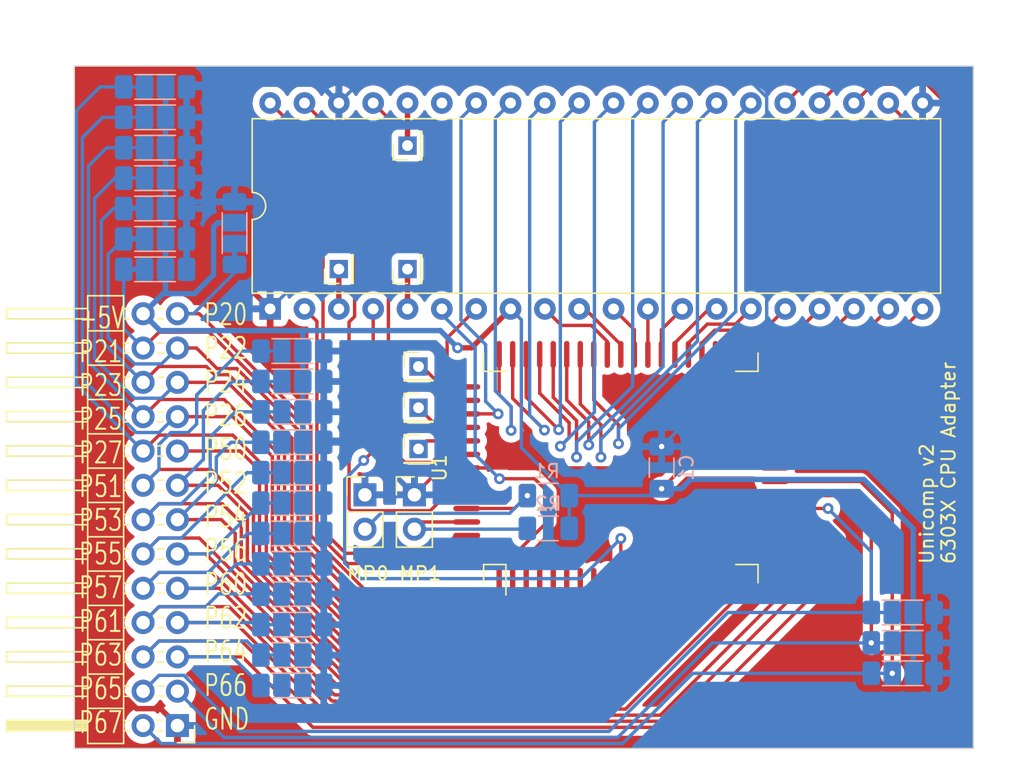
<source format=kicad_pcb>
(kicad_pcb (version 20240108) (generator "pcbnew") (generator_version "8.0")
  (layers (0 "F.Cu" signal) (31 "B.Cu" signal) (34 "B.Paste" user) (35 "F.Paste" user) (36 "B.SilkS" user "B.Silkscreen") (37 "F.SilkS" user "F.Silkscreen") (38 "B.Mask" user) (39 "F.Mask" user) (44 "Edge.Cuts" user))
  (net 0 "")
  (net 1 "+5V")
  (net 2 "GND")
  (net 3 "/P20")
  (net 4 "/P21")
  (net 5 "/P22")
  (net 6 "/~{NMI}")
  (net 7 "/~{IRQ1}")
  (net 8 "/~{RST}")
  (net 9 "/P23")
  (net 10 "/P24")
  (net 11 "/A15")
  (net 12 "/A14")
  (net 13 "/A13")
  (net 14 "/A12")
  (net 15 "/A11")
  (net 16 "/A10")
  (net 17 "/A9")
  (net 18 "/A8")
  (net 19 "/D7")
  (net 20 "/D6")
  (net 21 "/D5")
  (net 22 "/D4")
  (net 23 "/D3")
  (net 24 "/D2")
  (net 25 "/D1")
  (net 26 "/D0")
  (net 27 "/R{slash}~{W}")
  (net 28 "Net-(J6-Pin_1)")
  (net 29 "/A0")
  (net 30 "/A1")
  (net 31 "/A2")
  (net 32 "/A3")
  (net 33 "/A4")
  (net 34 "/A5")
  (net 35 "/A6")
  (net 36 "/A7")
  (net 37 "/PHI2")
  (net 38 "/CPUCLK")
  (net 39 "+5C")
  (net 40 "/MP0")
  (net 41 "/MP1")
  (net 43 "Net-(J3-Pin_1)")
  (net 44 "Net-(J4-Pin_1)")
  (net 45 "/~{HALT}")
  (net 46 "/BA")
  (net 47 "/P25")
  (net 48 "/P26")
  (net 49 "/P27")
  (net 50 "/P51")
  (net 51 "/P52")
  (net 52 "/P53")
  (net 53 "/P54")
  (net 54 "/P55")
  (net 55 "/P56")
  (net 56 "/P57")
  (net 57 "/P60")
  (net 58 "/P61")
  (net 59 "/P62")
  (net 60 "/P63")
  (net 61 "/P64")
  (net 62 "/P65")
  (net 63 "/P66")
  (net 64 "/P67")
  (net 65 "/~{LIR}")
  (net 66 "/~{WR}")
  (net 67 "/~{RD}")
  (footprint "Connector_PinHeader_2.54mm:PinHeader_1x02_P2.54mm_Vertical" (layer "F.Cu") (at 180.7464 66.4922)
    (property "Reference" "JP1" (hide yes))
    (property "Value" "Mode" (hide yes))
  )
  (footprint "Connector_PinHeader_2.00mm:PinHeader_1x01_P2.00mm_Vertical" (layer "F.Cu") (at 183.896 40.64 90)
    (property "Reference" "J4" (hide yes))
    (property "Value" ".")
  )
  (footprint "Package_DIP:DIP-40_W15.24mm" (layer "F.Cu") (at 173.736 52.7304 90)
    (property "Reference" "U3" (hide yes))
    (property "Value" "MC6802")
  )
  (footprint "Connector_PinHeader_2.54mm:PinHeader_2x13_P2.54mm_Horizontal" (layer "F.Cu") (at 166.878 83.566 180)
    (property "Reference" "J1" (hide yes))
    (property "Value" "Conn_02x13_Odd_Even" (hide yes))
  )
  (footprint "Connector_PinHeader_2.54mm:PinHeader_1x02_P2.54mm_Vertical" (layer "F.Cu") (at 184.404 66.4922)
    (property "Reference" "JP2" (hide yes))
    (property "Value" "Mode" (hide yes))
  )
  (footprint "Connector_PinHeader_2.00mm:PinHeader_1x01_P2.00mm_Vertical" (layer "F.Cu") (at 184.7088 56.9976)
    (property "Reference" "J7" (hide yes))
    (property "Value" ".")
  )
  (footprint "Connector_PinHeader_2.00mm:PinHeader_1x01_P2.00mm_Vertical" (layer "F.Cu") (at 183.896 49.784 90)
    (property "Reference" "J6" (hide yes))
    (property "Value" ".")
  )
  (footprint "my_own_conn:QFP-64_14x20_Pitch1mm" (layer "F.Cu") (at 199.674 65)
    (property "Reference" "U1")
    (property "Value" "HD6303YF")
  )
  (footprint "Connector_PinHeader_2.00mm:PinHeader_1x01_P2.00mm_Vertical" (layer "F.Cu") (at 184.7088 60.0456)
    (property "Reference" "J9" (hide yes))
    (property "Value" ".")
  )
  (footprint "Connector_PinHeader_2.00mm:PinHeader_1x01_P2.00mm_Vertical" (layer "F.Cu") (at 184.7088 63.0936)
    (property "Reference" "J8" (hide yes))
    (property "Value" ".")
  )
  (footprint "Connector_PinHeader_2.00mm:PinHeader_1x01_P2.00mm_Vertical" (layer "F.Cu") (at 178.816 49.784 90)
    (property "Reference" "J3" (hide yes))
    (property "Value" ".")
  )
  (footprint "Resistor_SMD:R_1206_3216Metric_Pad1.30x1.75mm_HandSolder" (layer "B.Cu") (at 176.15 69.35)
    (property "Reference" "R32" (hide yes))
    (property "Value" "47k" (hide yes))
  )
  (footprint "Resistor_SMD:R_1206_3216Metric_Pad1.30x1.75mm_HandSolder" (layer "B.Cu") (at 174.6 64.85 180)
    (property "Reference" "R25" (hide yes))
    (property "Value" "47k" (hide yes))
  )
  (footprint "Resistor_SMD:R_1206_3216Metric_Pad1.30x1.75mm_HandSolder" (layer "B.Cu") (at 164.45 47.55 180)
    (property "Reference" "R7" (hide yes))
    (property "Value" "47k" (hide yes))
  )
  (footprint "Resistor_SMD:R_1206_3216Metric_Pad1.30x1.75mm_HandSolder" (layer "B.Cu") (at 176.15 55.85)
    (property "Reference" "R20" (hide yes))
    (property "Value" "47k" (hide yes))
  )
  (footprint "Resistor_SMD:R_1206_3216Metric_Pad1.30x1.75mm_HandSolder" (layer "B.Cu") (at 219.75 79.7 180)
    (property "Reference" "R47" (hide yes))
    (property "Value" "47k" (hide yes))
  )
  (footprint "Resistor_SMD:R_1206_3216Metric_Pad1.30x1.75mm_HandSolder" (layer "B.Cu") (at 221.3 75.2)
    (property "Reference" "R45" (hide yes))
    (property "Value" "47k" (hide yes))
  )
  (footprint "Resistor_SMD:R_1206_3216Metric_Pad1.30x1.75mm_HandSolder" (layer "B.Cu") (at 164.45 40.8 180)
    (property "Reference" "R13" (hide yes))
    (property "Value" "47k" (hide yes))
  )
  (footprint "Capacitor_SMD:C_1206_3216Metric_Pad1.33x1.80mm_HandSolder" (layer "B.Cu") (at 202.692 64.4775 90)
    (property "Reference" "C1")
    (property "Value" "100n")
  )
  (footprint "Resistor_SMD:R_1206_3216Metric_Pad1.30x1.75mm_HandSolder" (layer "B.Cu") (at 164.45 38.55 180)
    (property "Reference" "R14" (hide yes))
    (property "Value" "47k" (hide yes))
  )
  (footprint "Resistor_SMD:R_1206_3216Metric_Pad1.30x1.75mm_HandSolder" (layer "B.Cu") (at 174.6 60.35 180)
    (property "Reference" "R23" (hide yes))
    (property "Value" "47k" (hide yes))
  )
  (footprint "Resistor_SMD:R_1206_3216Metric_Pad1.30x1.75mm_HandSolder" (layer "B.Cu") (at 174.6 71.6 180)
    (property "Reference" "R33" (hide yes))
    (property "Value" "47k" (hide yes))
  )
  (footprint "Resistor_SMD:R_1206_3216Metric_Pad1.30x1.75mm_HandSolder" (layer "B.Cu") (at 174.6 69.35 180)
    (property "Reference" "R27" (hide yes))
    (property "Value" "47k" (hide yes))
  )
  (footprint "Resistor_SMD:R_1206_3216Metric_Pad1.30x1.75mm_HandSolder" (layer "B.Cu") (at 221.3 79.7)
    (property "Reference" "R48" (hide yes))
    (property "Value" "47k" (hide yes))
  )
  (footprint "Resistor_SMD:R_1206_3216Metric_Pad1.30x1.75mm_HandSolder" (layer "B.Cu") (at 166 43.05)
    (property "Reference" "R12" (hide yes))
    (property "Value" "47k" (hide yes))
  )
  (footprint "Resistor_SMD:R_1206_3216Metric_Pad1.30x1.75mm_HandSolder" (layer "B.Cu") (at 174.6 62.6 180)
    (property "Reference" "R24" (hide yes))
    (property "Value" "47k" (hide yes))
  )
  (footprint "Resistor_SMD:R_1206_3216Metric_Pad1.30x1.75mm_HandSolder" (layer "B.Cu") (at 171.1 46.35 90)
    (property "Reference" "R4" (hide yes))
    (property "Value" "47k" (hide yes))
  )
  (footprint "Resistor_SMD:R_1206_3216Metric_Pad1.30x1.75mm_HandSolder" (layer "B.Cu") (at 176.15 58.1)
    (property "Reference" "R22" (hide yes))
    (property "Value" "47k" (hide yes))
  )
  (footprint "Resistor_SMD:R_1206_3216Metric_Pad1.30x1.75mm_HandSolder" (layer "B.Cu") (at 176.15 67.1)
    (property "Reference" "R31" (hide yes))
    (property "Value" "47k" (hide yes))
  )
  (footprint "Resistor_SMD:R_1206_3216Metric_Pad1.30x1.75mm_HandSolder" (layer "B.Cu") (at 174.6 58.1 180)
    (property "Reference" "R21" (hide yes))
    (property "Value" "47k" (hide yes))
  )
  (footprint "Resistor_SMD:R_1206_3216Metric_Pad1.30x1.75mm_HandSolder" (layer "B.Cu") (at 176.15 73.82)
    (property "Reference" "R39" (hide yes))
    (property "Value" "47k" (hide yes))
  )
  (footprint "Resistor_SMD:R_1206_3216Metric_Pad1.30x1.75mm_HandSolder" (layer "B.Cu") (at 174.6 55.85 180)
    (property "Reference" "R16" (hide yes))
    (property "Value" "47k" (hide yes))
  )
  (footprint "Resistor_SMD:R_1206_3216Metric_Pad1.30x1.75mm_HandSolder" (layer "B.Cu") (at 176.15 62.6)
    (property "Reference" "R29" (hide yes))
    (property "Value" "47k" (hide yes))
  )
  (footprint "Resistor_SMD:R_1206_3216Metric_Pad1.30x1.75mm_HandSolder" (layer "B.Cu") (at 164.45 36.3 180)
    (property "Reference" "R15" (hide yes))
    (property "Value" "47k" (hide yes))
  )
  (footprint "Resistor_SMD:R_1206_3216Metric_Pad1.30x1.75mm_HandSolder" (layer "B.Cu") (at 174.6 80.6 180)
    (property "Reference" "R37" (hide yes))
    (property "Value" "47k" (hide yes))
  )
  (footprint "Resistor_SMD:R_1206_3216Metric_Pad1.30x1.75mm_HandSolder" (layer "B.Cu") (at 164.45 49.8 180)
    (property "Reference" "R5" (hide yes))
    (property "Value" "47k" (hide yes))
  )
  (footprint "Resistor_SMD:R_1206_3216Metric_Pad1.30x1.75mm_HandSolder" (layer "B.Cu") (at 171.1 47.9 -90)
    (property "Reference" "R3" (hide yes))
    (property "Value" "47k" (hide yes))
  )
  (footprint "Resistor_SMD:R_1206_3216Metric_Pad1.30x1.75mm_HandSolder" (layer "B.Cu") (at 164.45 45.3 180)
    (property "Reference" "R9" (hide yes))
    (property "Value" "47k" (hide yes))
  )
  (footprint "Resistor_SMD:R_1206_3216Metric_Pad1.30x1.75mm_HandSolder" (layer "B.Cu") (at 176.15 64.85)
    (property "Reference" "R30" (hide yes))
    (property "Value" "47k" (hide yes))
  )
  (footprint "Resistor_SMD:R_1206_3216Metric_Pad1.30x1.75mm_HandSolder" (layer "B.Cu") (at 166 47.55)
    (property "Reference" "R8" (hide yes))
    (property "Value" "47k" (hide yes))
  )
  (footprint "Resistor_SMD:R_1206_3216Metric_Pad1.30x1.75mm_HandSolder" (layer "B.Cu") (at 194.31 66.548 180)
    (property "Reference" "R1")
    (property "Value" "22k")
  )
  (footprint "Resistor_SMD:R_1206_3216Metric_Pad1.30x1.75mm_HandSolder" (layer "B.Cu") (at 164.45 43.05 180)
    (property "Reference" "R11" (hide yes))
    (property "Value" "47k" (hide yes))
  )
  (footprint "Resistor_SMD:R_1206_3216Metric_Pad1.30x1.75mm_HandSolder" (layer "B.Cu") (at 166 40.8)
    (property "Reference" "R17" (hide yes))
    (property "Value" "47k" (hide yes))
  )
  (footprint "Resistor_SMD:R_1206_3216Metric_Pad1.30x1.75mm_HandSolder" (layer "B.Cu") (at 176.15 78.35)
    (property "Reference" "R41" (hide yes))
    (property "Value" "47k" (hide yes))
  )
  (footprint "Resistor_SMD:R_1206_3216Metric_Pad1.30x1.75mm_HandSolder" (layer "B.Cu") (at 176.15 80.6)
    (property "Reference" "R42" (hide yes))
    (property "Value" "47k" (hide yes))
  )
  (footprint "Resistor_SMD:R_1206_3216Metric_Pad1.30x1.75mm_HandSolder" (layer "B.Cu") (at 221.3 77.45)
    (property "Reference" "R46" (hide yes))
    (property "Value" "47k" (hide yes))
  )
  (footprint "Resistor_SMD:R_1206_3216Metric_Pad1.30x1.75mm_HandSolder" (layer "B.Cu") (at 219.75 75.2 180)
    (property "Reference" "R43" (hide yes))
    (property "Value" "47k" (hide yes))
  )
  (footprint "Resistor_SMD:R_1206_3216Metric_Pad1.30x1.75mm_HandSolder" (layer "B.Cu") (at 174.6 67.1 180)
    (property "Reference" "R26" (hide yes))
    (property "Value" "47k" (hide yes))
  )
  (footprint "Resistor_SMD:R_1206_3216Metric_Pad1.30x1.75mm_HandSolder" (layer "B.Cu") (at 166 45.29)
    (property "Reference" "R10" (hide yes))
    (property "Value" "47k" (hide yes))
  )
  (footprint "Resistor_SMD:R_1206_3216Metric_Pad1.30x1.75mm_HandSolder" (layer "B.Cu") (at 174.6 76.1 180)
    (property "Reference" "R35" (hide yes))
    (property "Value" "47k" (hide yes))
  )
  (footprint "Resistor_SMD:R_1206_3216Metric_Pad1.30x1.75mm_HandSolder" (layer "B.Cu") (at 194.31 68.974 180)
    (property "Reference" "R2")
    (property "Value" "22k")
  )
  (footprint "Resistor_SMD:R_1206_3216Metric_Pad1.30x1.75mm_HandSolder" (layer "B.Cu") (at 176.15 60.35)
    (property "Reference" "R28" (hide yes))
    (property "Value" "47k" (hide yes))
  )
  (footprint "Resistor_SMD:R_1206_3216Metric_Pad1.30x1.75mm_HandSolder" (layer "B.Cu") (at 174.6 78.35 180)
    (property "Reference" "R36" (hide yes))
    (property "Value" "47k" (hide yes))
  )
  (footprint "Resistor_SMD:R_1206_3216Metric_Pad1.30x1.75mm_HandSolder" (layer "B.Cu") (at 166 36.3)
    (property "Reference" "R19" (hide yes))
    (property "Value" "47k" (hide yes))
  )
  (footprint "Resistor_SMD:R_1206_3216Metric_Pad1.30x1.75mm_HandSolder" (layer "B.Cu") (at 174.6 73.85 180)
    (property "Reference" "R34" (hide yes))
    (property "Value" "47k" (hide yes))
  )
  (footprint "Resistor_SMD:R_1206_3216Metric_Pad1.30x1.75mm_HandSolder" (layer "B.Cu") (at 176.15 76.1)
    (property "Reference" "R40" (hide yes))
    (property "Value" "47k" (hide yes))
  )
  (footprint "Resistor_SMD:R_1206_3216Metric_Pad1.30x1.75mm_HandSolder" (layer "B.Cu") (at 166 38.55)
    (property "Reference" "R18" (hide yes))
    (property "Value" "47k" (hide yes))
  )
  (footprint "Resistor_SMD:R_1206_3216Metric_Pad1.30x1.75mm_HandSolder" (layer "B.Cu") (at 166 49.8)
    (property "Reference" "R6" (hide yes))
    (property "Value" "47k" (hide yes))
  )
  (footprint "Resistor_SMD:R_1206_3216Metric_Pad1.30x1.75mm_HandSolder" (layer "B.Cu") (at 219.75 77.45 180)
    (property "Reference" "R44" (hide yes))
    (property "Value" "47k" (hide yes))
  )
  (footprint "Resistor_SMD:R_1206_3216Metric_Pad1.30x1.75mm_HandSolder" (layer "B.Cu") (at 176.15 71.6)
    (property "Reference" "R38" (hide yes))
    (property "Value" "47k" (hide yes))
  )
  (gr_rect (start 159.25 34.75) (end 225.75 85.262) (stroke (width 0.1)) (fill none) (layer "Edge.Cuts"))
  (gr_text "MP0 MP1\n" (at 179.324 72.898 0) (layer "F.SilkS") (effects (font (size 1 1)) (justify left bottom)))
  (gr_text "+5V\nP21\nP23\nP25\nP27\nP51\nP53\nP55\nP57\nP61\nP63\nP65\nP67" (at 159.5 84.25 0) (layer "F.SilkS") (effects (font (size 1.55 1.1)) (justify left bottom)))
  (gr_text "Unicomp v2\n6303X CPU Adapter" (at 224.5 71.7 90) (layer "F.SilkS") (effects (font (size 1 1)) (justify left bottom)))
  (gr_text "P20\nP22\nP24\nP26\nP50\nP52\nP54\nP56\nP60\nP62\nP64\nP66\nGND\n" (at 168.75 84 0) (layer "F.SilkS") (effects (font (size 1.55 1.1)) (justify left bottom)))
  (segment (start 204.232 64.5) (end 202.692 66.04) (width 0.25) (layer "F.Cu") (net 1))
  (segment (start 191.516 52.7304) (end 188.636922 55.609478) (width 0.4) (layer "F.Cu") (net 1))
  (segment (start 211.074 64.5) (end 204.232 64.5) (width 0.25) (layer "F.Cu") (net 1))
  (segment (start 188.636922 55.609478) (end 187.6 55.609478) (width 0.4) (layer "F.Cu") (net 1))
  (via (at 202.692 66.04) (size 0.8) (drill 0.4) (layers "F.Cu" "B.Cu") (net 1))
  (via (at 187.6 55.609478) (size 0.8) (drill 0.4) (layers "F.Cu" "B.Cu") (net 1))
  (segment (start 166 51.424) (end 166 49.8) (width 0.4) (layer "B.Cu") (net 1))
  (segment (start 176.15 69.35) (end 176.15 80.6) (width 0.4) (layer "B.Cu") (net 1))
  (segment (start 169.55 50.2) (end 169.55 46.65) (width 0.4) (layer "B.Cu") (net 1))
  (segment (start 187.6 55.609478) (end 186.326522 54.336) (width 0.4) (layer "B.Cu") (net 1))
  (segment (start 164.338 53.086) (end 166 51.424) (width 0.4) (layer "B.Cu") (net 1))
  (segment (start 195.86 66.548) (end 195.86 68.974) (width 0.25) (layer "B.Cu") (net 1))
  (segment (start 221.3 75.2) (end 221.3 69) (width 0.4) (layer "B.Cu") (net 1))
  (segment (start 186.326522 54.336) (end 176.1 54.336) (width 0.4) (layer "B.Cu") (net 1))
  (segment (start 166 36.3) (end 166 49.8) (width 0.4) (layer "B.Cu") (net 1))
  (segment (start 176.15 69.35) (end 176.15 55.85) (width 0.4) (layer "B.Cu") (net 1))
  (segment (start 217.65 65.35) (end 204.85 65.35) (width 0.4) (layer "B.Cu") (net 1))
  (segment (start 165.588 54.336) (end 164.338 53.086) (width 0.4) (layer "B.Cu") (net 1))
  (segment (start 165.824 51.6) (end 168.15 51.6) (width 0.4) (layer "B.Cu") (net 1))
  (segment (start 176.15 54.386) (end 176.1 54.336) (width 0.4) (layer "B.Cu") (net 1))
  (segment (start 204.16 66.04) (end 202.692 66.04) (width 0.4) (layer "B.Cu") (net 1))
  (segment (start 169.55 46.65) (end 169.85 46.35) (width 0.4) (layer "B.Cu") (net 1))
  (segment (start 168.15 51.6) (end 169.55 50.2) (width 0.4) (layer "B.Cu") (net 1))
  (segment (start 164.338 53.086) (end 165.824 51.6) (width 0.4) (layer "B.Cu") (net 1))
  (segment (start 176.1 54.336) (end 165.588 54.336) (width 0.4) (layer "B.Cu") (net 1))
  (segment (start 169.85 46.35) (end 171.1 46.35) (width 0.4) (layer "B.Cu") (net 1))
  (segment (start 202.184 66.548) (end 202.692 66.04) (width 0.25) (layer "B.Cu") (net 1))
  (segment (start 176.15 55.85) (end 176.15 54.386) (width 0.4) (layer "B.Cu") (net 1))
  (segment (start 221.3 75.2) (end 221.3 79.7) (width 0.4) (layer "B.Cu") (net 1))
  (segment (start 195.86 66.548) (end 202.184 66.548) (width 0.25) (layer "B.Cu") (net 1))
  (segment (start 221.3 69) (end 217.65 65.35) (width 0.4) (layer "B.Cu") (net 1))
  (segment (start 192.315999 53.530399) (end 192.315999 63.003999) (width 0.25) (layer "B.Cu") (net 1))
  (segment (start 204.85 65.35) (end 204.16 66.04) (width 0.4) (layer "B.Cu") (net 1))
  (segment (start 191.516 52.7304) (end 192.315999 53.530399) (width 0.25) (layer "B.Cu") (net 1))
  (segment (start 192.315999 63.003999) (end 195.86 66.548) (width 0.25) (layer "B.Cu") (net 1))
  (segment (start 186.3962 64.5) (end 185.9582 64.938) (width 0.25) (layer "F.Cu") (net 2))
  (segment (start 188.274 64.5) (end 201.107 64.5) (width 0.25) (layer "F.Cu") (net 2))
  (segment (start 163.860233 82.316) (end 165.628 82.316) (width 0.4) (layer "F.Cu") (net 2))
  (segment (start 165.628 82.316) (end 166.878 83.566) (width 0.4) (layer "F.Cu") (net 2))
  (segment (start 180.7464 66.4922) (end 184.404 66.4922) (width 0.25) (layer "F.Cu") (net 2))
  (segment (start 163.576 51.054) (end 162.306 52.324) (width 0.4) (layer "F.Cu") (net 2))
  (segment (start 206.674 56.1) (end 206.674 58.933) (width 0.25) (layer "F.Cu") (net 2))
  (segment (start 162.306 52.324) (end 162.306 80.761767) (width 0.4) (layer "F.Cu") (net 2))
  (segment (start 162.306 80.761767) (end 163.860233 82.316) (width 0.4) (layer "F.Cu") (net 2))
  (segment (start 201.107 64.5) (end 202.692 62.915) (width 0.25) (layer "F.Cu") (net 2))
  (segment (start 185.9582 64.938) (end 184.404 66.4922) (width 0.25) (layer "F.Cu") (net 2))
  (segment (start 172.0596 51.054) (end 163.576 51.054) (width 0.4) (layer "F.Cu") (net 2))
  (segment (start 173.736 52.7304) (end 172.0596 51.054) (width 0.4) (layer "F.Cu") (net 2))
  (segment (start 206.674 58.933) (end 202.692 62.915) (width 0.25) (layer "F.Cu") (net 2))
  (segment (start 188.274 64.5) (end 186.3962 64.5) (width 0.25) (layer "F.Cu") (net 2))
  (via (at 202.692 62.915) (size 0.8) (drill 0.4) (layers "F.Cu" "B.Cu") (net 2))
  (segment (start 178.816 37.4904) (end 180.2892 36.0172) (width 0.25) (layer "B.Cu") (net 2))
  (segment (start 167.55 36.3) (end 167.75 36.1) (width 0.4) (layer "B.Cu") (net 2))
  (segment (start 180.3618 62.45) (end 184.404 66.4922) (width 0.4) (layer "B.Cu") (net 2))
  (segment (start 210.4644 37.067809) (end 210.4644 55.1426) (width 0.25) (layer "B.Cu") (net 2))
  (segment (start 222.85 69.35) (end 216.415 62.915) (width 0.4) (layer "B.Cu") (net 2))
  (segment (start 210.4644 55.1426) (end 202.692 62.915) (width 0.25) (layer "B.Cu") (net 2))
  (segment (start 167.75 36.1) (end 177.4256 36.1) (width 0.4) (layer "B.Cu") (net 2))
  (segment (start 178.816 47.6504) (end 173.736 52.7304) (width 0.25) (layer "B.Cu") (net 2))
  (segment (start 222.85 79.7) (end 222.85 69.35) (width 0.4) (layer "B.Cu") (net 2))
  (segment (start 168.04 44.8) (end 167.55 45.29) (width 0.4) (layer "B.Cu") (net 2))
  (segment (start 178.816 37.4904) (end 178.816 47.6504) (width 0.25) (layer "B.Cu") (net 2))
  (segment (start 216.415 62.915) (end 202.692 62.915) (width 0.4) (layer "B.Cu") (net 2))
  (segment (start 177.85 62.45) (end 180.3618 62.45) (width 0.4) (layer "B.Cu") (net 2))
  (segment (start 180.2892 36.0172) (end 209.413791 36.0172) (width 0.25) (layer "B.Cu") (net 2))
  (segment (start 177.7 55.85) (end 177.7 69.35) (width 0.4) (layer "B.Cu") (net 2))
  (segment (start 177.7 69.35) (end 177.7 80.6) (width 0.4) (layer "B.Cu") (net 2))
  (segment (start 177.4256 36.1) (end 178.816 37.4904) (width 0.4) (layer "B.Cu") (net 2))
  (segment (start 167.55 36.3) (end 167.55 49.8) (width 0.4) (layer "B.Cu") (net 2))
  (segment (start 171.1 44.8) (end 168.04 44.8) (width 0.4) (layer "B.Cu") (net 2))
  (segment (start 209.413791 36.0172) (end 210.4644 37.067809) (width 0.25) (layer "B.Cu") (net 2))
  (segment (start 177.7 62.6) (end 177.85 62.45) (width 0.4) (layer "B.Cu") (net 2))
  (segment (start 176.745584 61.345584) (end 176.745584 69.518376) (width 0.25) (layer "F.Cu") (net 3))
  (segment (start 181.777208 74.55) (end 191.45 74.55) (width 0.25) (layer "F.Cu") (net 3))
  (segment (start 191.674 74.326) (end 191.674 72.9) (width 0.25) (layer "F.Cu") (net 3))
  (segment (start 176.745584 69.518376) (end 181.777208 74.55) (width 0.25) (layer "F.Cu") (net 3))
  (segment (start 168.486 53.086) (end 176.745584 61.345584) (width 0.25) (layer "F.Cu") (net 3))
  (segment (start 166.878 53.086) (end 168.486 53.086) (width 0.25) (layer "F.Cu") (net 3))
  (segment (start 191.45 74.55) (end 191.674 74.326) (width 0.25) (layer "F.Cu") (net 3))
  (segment (start 171.1 47.9) (end 171.1 49.45) (width 0.4) (layer "B.Cu") (net 3))
  (segment (start 168.064 53.086) (end 171.1 50.05) (width 0.25) (layer "B.Cu") (net 3))
  (segment (start 166.878 53.086) (end 168.064 53.086) (width 0.25) (layer "B.Cu") (net 3))
  (segment (start 171.1 50.05) (end 171.1 49.45) (width 0.25) (layer "B.Cu") (net 3))
  (segment (start 165.513 54.451) (end 164.338 55.626) (width 0.25) (layer "F.Cu") (net 4))
  (segment (start 176.25 69.659188) (end 176.25 61.486396) (width 0.25) (layer "F.Cu") (net 4))
  (segment (start 165.513 54.451) (end 167.751 54.451) (width 0.25) (layer "F.Cu") (net 4))
  (segment (start 181.590812 75) (end 176.25 69.659188) (width 0.25) (layer "F.Cu") (net 4))
  (segment (start 191.9 75) (end 181.590812 75) (width 0.25) (layer "F.Cu") (net 4))
  (segment (start 192.674 74.226) (end 191.9 75) (width 0.25) (layer "F.Cu") (net 4))
  (segment (start 176.25 61.486396) (end 169.214604 54.451) (width 0.25) (layer "F.Cu") (net 4))
  (segment (start 169.214604 54.451) (end 165.513 54.451) (width 0.25) (layer "F.Cu") (net 4))
  (segment (start 192.674 72.9) (end 192.674 74.226) (width 0.25) (layer "F.Cu") (net 4))
  (segment (start 162.9 54.188) (end 162.9 49.8) (width 0.25) (layer "B.Cu") (net 4))
  (segment (start 164.338 55.626) (end 162.9 54.188) (width 0.25) (layer "B.Cu") (net 4))
  (segment (start 164.45 49.8) (end 162.9 49.8) (width 0.4) (layer "B.Cu") (net 4))
  (segment (start 193.049406 75.45) (end 193.674 74.825406) (width 0.25) (layer "F.Cu") (net 5))
  (segment (start 181.404416 75.45) (end 193.049406 75.45) (width 0.25) (layer "F.Cu") (net 5))
  (segment (start 168.289604 55.626) (end 169.813604 57.15) (width 0.25) (layer "F.Cu") (net 5))
  (segment (start 169.813604 57.15) (end 171.277208 57.15) (width 0.25) (layer "F.Cu") (net 5))
  (segment (start 166.878 55.626) (end 168.289604 55.626) (width 0.25) (layer "F.Cu") (net 5))
  (segment (start 171.277208 57.15) (end 175.8 61.672792) (width 0.25) (layer "F.Cu") (net 5))
  (segment (start 175.8 61.672792) (end 175.8 69.845584) (width 0.25) (layer "F.Cu") (net 5))
  (segment (start 175.8 69.845584) (end 181.404416 75.45) (width 0.25) (layer "F.Cu") (net 5))
  (segment (start 193.674 74.825406) (end 193.674 72.9) (width 0.25) (layer "F.Cu") (net 5))
  (segment (start 166.878 55.626) (end 165.703 56.801) (width 0.25) (layer "B.Cu") (net 5))
  (segment (start 163.701 56.801) (end 161.75 54.85) (width 0.25) (layer "B.Cu") (net 5))
  (segment (start 161.75 48.7) (end 162.9 47.55) (width 0.25) (layer "B.Cu") (net 5))
  (segment (start 161.75 54.85) (end 161.75 48.7) (width 0.25) (layer "B.Cu") (net 5))
  (segment (start 164.45 47.55) (end 162.9 47.55) (width 0.4) (layer "B.Cu") (net 5))
  (segment (start 165.703 56.801) (end 163.701 56.801) (width 0.25) (layer "B.Cu") (net 5))
  (segment (start 193.3 65.3) (end 190.7 65.3) (width 0.25) (layer "F.Cu") (net 6))
  (segment (start 190.674 72.9) (end 190.674 72.05) (width 0.25) (layer "F.Cu") (net 6))
  (segment (start 190.674 72.05) (end 194.3 68.424) (width 0.25) (layer "F.Cu") (net 6))
  (segment (start 194.3 68.424) (end 194.3 66.3) (width 0.25) (layer "F.Cu") (net 6))
  (segment (start 194.3 66.3) (end 193.3 65.3) (width 0.25) (layer "F.Cu") (net 6))
  (via (at 190.7 65.3) (size 0.8) (drill 0.4) (layers "F.Cu" "B.Cu") (net 6))
  (segment (start 188.9 63.5) (end 188.9 55.6) (width 0.25) (layer "B.Cu") (net 6))
  (segment (start 186.436 53.136) (end 186.436 52.7304) (width 0.25) (layer "B.Cu") (net 6))
  (segment (start 190.7 65.3) (end 188.9 63.5) (width 0.25) (layer "B.Cu") (net 6))
  (segment (start 188.9 55.6) (end 186.436 53.136) (width 0.25) (layer "B.Cu") (net 6))
  (segment (start 171.509604 63.246) (end 172.95 64.686396) (width 0.25) (layer "F.Cu") (net 7))
  (segment (start 195.786396 78.15) (end 199.674004 74.262392) (width 0.25) (layer "F.Cu") (net 7))
  (segment (start 172.95 70.96802) (end 180.13198 78.15) (width 0.25) (layer "F.Cu") (net 7))
  (segment (start 180.13198 78.15) (end 195.786396 78.15) (width 0.25) (layer "F.Cu") (net 7))
  (segment (start 181.356 52.7304) (end 181.356 63.2492) (width 0.25) (layer "F.Cu") (net 7))
  (segment (start 199.674004 74.262392) (end 199.674004 69.722408) (width 0.25) (layer "F.Cu") (net 7))
  (segment (start 181.356 63.2492) (end 180.657459 63.947741) (width 0.25) (layer "F.Cu") (net 7))
  (segment (start 172.95 64.686396) (end 172.95 70.96802) (width 0.25) (layer "F.Cu") (net 7))
  (segment (start 166.878 63.246) (end 171.509604 63.246) (width 0.25) (layer "F.Cu") (net 7))
  (via (at 199.674004 69.722408) (size 0.8) (drill 0.4) (layers "F.Cu" "B.Cu") (net 7))
  (via (at 180.657459 63.947741) (size 0.8) (drill 0.4) (layers "F.Cu" "B.Cu") (net 7))
  (segment (start 180.414804 72.6948) (end 179.25 71.529996) (width 0.25) (layer "B.Cu") (net 7))
  (segment (start 179.25 71.529996) (end 179.25 65.3552) (width 0.25) (layer "B.Cu") (net 7))
  (segment (start 179.25 65.3552) (end 180.657459 63.947741) (width 0.25) (layer "B.Cu") (net 7))
  (segment (start 199.674004 69.722408) (end 196.701612 72.6948) (width 0.25) (layer "B.Cu") (net 7))
  (segment (start 196.701612 72.6948) (end 180.414804 72.6948) (width 0.25) (layer "B.Cu") (net 7))
  (segment (start 187.474 69.5) (end 188.274 69.5) (width 0.25) (layer "F.Cu") (net 8))
  (segment (start 173.736 37.4904) (end 177.645584 41.399984) (width 0.25) (layer "F.Cu") (net 8))
  (segment (start 179.3152 70.8152) (end 186.1588 70.8152) (width 0.25) (layer "F.Cu") (net 8))
  (segment (start 186.1588 70.8152) (end 187.474 69.5) (width 0.25) (layer "F.Cu") (net 8))
  (segment (start 177.645584 69.145584) (end 179.3152 70.8152) (width 0.25) (layer "F.Cu") (net 8))
  (segment (start 177.645584 41.399984) (end 177.645584 69.145584) (width 0.25) (layer "F.Cu") (net 8))
  (segment (start 169.018208 56.991) (end 169.627208 57.6) (width 0.25) (layer "F.Cu") (net 9))
  (segment (start 169.627208 57.6) (end 170.663604 57.6) (width 0.25) (layer "F.Cu") (net 9))
  (segment (start 170.663604 57.6) (end 175.35 62.286396) (width 0.25) (layer "F.Cu") (net 9))
  (segment (start 194.674 74.461802) (end 194.674 72.9) (width 0.25) (layer "F.Cu") (net 9))
  (segment (start 175.35 70.18604) (end 181.06396 75.9) (width 0.25) (layer "F.Cu") (net 9))
  (segment (start 193.235802 75.9) (end 194.674 74.461802) (width 0.25) (layer "F.Cu") (net 9))
  (segment (start 175.35 62.286396) (end 175.35 70.18604) (width 0.25) (layer "F.Cu") (net 9))
  (segment (start 165.513 56.991) (end 169.018208 56.991) (width 0.25) (layer "F.Cu") (net 9))
  (segment (start 181.06396 75.9) (end 193.235802 75.9) (width 0.25) (layer "F.Cu") (net 9))
  (segment (start 164.338 58.166) (end 165.513 56.991) (width 0.25) (layer "F.Cu") (net 9))
  (segment (start 162.91 45.29) (end 162.9 45.3) (width 0.4) (layer "B.Cu") (net 9))
  (segment (start 164.45 45.29) (end 162.91 45.29) (width 0.4) (layer "B.Cu") (net 9))
  (segment (start 161.25 46.2) (end 162.15 45.3) (width 0.25) (layer "B.Cu") (net 9))
  (segment (start 162.15 45.3) (end 162.9 45.3) (width 0.25) (layer "B.Cu") (net 9))
  (segment (start 164.338 58.166) (end 161.25 55.078) (width 0.25) (layer "B.Cu") (net 9))
  (segment (start 161.25 55.078) (end 161.25 46.2) (width 0.25) (layer "B.Cu") (net 9))
  (segment (start 180.877564 76.35) (end 174.8 70.272436) (width 0.25) (layer "F.Cu") (net 10))
  (segment (start 193.422198 76.35) (end 180.877564 76.35) (width 0.25) (layer "F.Cu") (net 10))
  (segment (start 195.674 74.098198) (end 193.422198 76.35) (width 0.25) (layer "F.Cu") (net 10))
  (segment (start 174.8 62.372792) (end 170.593208 58.166) (width 0.25) (layer "F.Cu") (net 10))
  (segment (start 195.674 72.9) (end 195.674 74.098198) (width 0.25) (layer "F.Cu") (net 10))
  (segment (start 174.8 70.272436) (end 174.8 62.372792) (width 0.25) (layer "F.Cu") (net 10))
  (segment (start 170.593208 58.166) (end 166.878 58.166) (width 0.25) (layer "F.Cu") (net 10))
  (segment (start 165.703 59.341) (end 163.691 59.341) (width 0.25) (layer "B.Cu") (net 10))
  (segment (start 160.75 44.55) (end 162.25 43.05) (width 0.25) (layer "B.Cu") (net 10))
  (segment (start 166.878 58.166) (end 165.703 59.341) (width 0.25) (layer "B.Cu") (net 10))
  (segment (start 163.691 59.341) (end 160.75 56.4) (width 0.25) (layer "B.Cu") (net 10))
  (segment (start 162.9 43.05) (end 164.45 43.05) (width 0.25) (layer "B.Cu") (net 10))
  (segment (start 162.25 43.05) (end 162.9 43.05) (width 0.25) (layer "B.Cu") (net 10))
  (segment (start 160.75 56.4) (end 160.75 44.55) (width 0.25) (layer "B.Cu") (net 10))
  (segment (start 222.672792 35.2) (end 214.1264 35.2) (width 0.25) (layer "F.Cu") (net 11))
  (segment (start 214.1264 35.2) (end 211.836 37.4904) (width 0.25) (layer "F.Cu") (net 11))
  (segment (start 224.95 53.659188) (end 224.95 37.477208) (width 0.25) (layer "F.Cu") (net 11))
  (segment (start 224.95 37.477208) (end 222.672792 35.2) (width 0.25) (layer "F.Cu") (net 11))
  (segment (start 215.109188 63.5) (end 224.95 53.659188) (width 0.25) (layer "F.Cu") (net 11))
  (segment (start 211.074 63.5) (end 215.109188 63.5) (width 0.25) (layer "F.Cu") (net 11))
  (segment (start 222.486396 35.65) (end 216.2164 35.65) (width 0.25) (layer "F.Cu") (net 12))
  (segment (start 216.2164 35.65) (end 214.376 37.4904) (width 0.25) (layer "F.Cu") (net 12))
  (segment (start 224.5 53.472792) (end 224.5 37.663604) (width 0.25) (layer "F.Cu") (net 12))
  (segment (start 215.472792 62.5) (end 224.5 53.472792) (width 0.25) (layer "F.Cu") (net 12))
  (segment (start 224.5 37.663604) (end 222.486396 35.65) (width 0.25) (layer "F.Cu") (net 12))
  (segment (start 211.074 62.5) (end 215.472792 62.5) (width 0.25) (layer "F.Cu") (net 12))
  (segment (start 215.836396 61.5) (end 224.05 53.286396) (width 0.25) (layer "F.Cu") (net 13))
  (segment (start 218.3064 36.1) (end 216.916 37.4904) (width 0.25) (layer "F.Cu") (net 13))
  (segment (start 211.074 61.5) (end 215.836396 61.5) (width 0.25) (layer "F.Cu") (net 13))
  (segment (start 224.05 37.85) (end 222.3 36.1) (width 0.25) (layer "F.Cu") (net 13))
  (segment (start 224.05 53.286396) (end 224.05 37.85) (width 0.25) (layer "F.Cu") (net 13))
  (segment (start 222.3 36.1) (end 218.3064 36.1) (width 0.25) (layer "F.Cu") (net 13))
  (segment (start 211.074 60.5) (end 216.2 60.5) (width 0.25) (layer "F.Cu") (net 14))
  (segment (start 223.6 41.6344) (end 219.456 37.4904) (width 0.25) (layer "F.Cu") (net 14))
  (segment (start 216.2 60.5) (end 223.6 53.1) (width 0.25) (layer "F.Cu") (net 14))
  (segment (start 223.6 53.1) (end 223.6 41.6344) (width 0.25) (layer "F.Cu") (net 14))
  (segment (start 211.074 59.5) (end 215.2264 59.5) (width 0.25) (layer "F.Cu") (net 15))
  (segment (start 215.2264 59.5) (end 221.996 52.7304) (width 0.25) (layer "F.Cu") (net 15))
  (segment (start 213.6864 58.5) (end 219.456 52.7304) (width 0.25) (layer "F.Cu") (net 16))
  (segment (start 211.074 58.5) (end 213.6864 58.5) (width 0.25) (layer "F.Cu") (net 16))
  (segment (start 213.5464 56.1) (end 216.916 52.7304) (width 0.25) (layer "F.Cu") (net 17))
  (segment (start 208.674 56.1) (end 213.5464 56.1) (width 0.25) (layer "F.Cu") (net 17))
  (segment (start 207.674 55.25) (end 208.149 54.775) (width 0.25) (layer "F.Cu") (net 18))
  (segment (start 208.149 54.775) (end 212.3314 54.775) (width 0.25) (layer "F.Cu") (net 18))
  (segment (start 207.674 56.1) (end 207.674 55.25) (width 0.25) (layer "F.Cu") (net 18))
  (segment (start 212.3314 54.775) (end 214.376 52.7304) (width 0.25) (layer "F.Cu") (net 18))
  (segment (start 197.674 59.474) (end 199.5 61.3) (width 0.25) (layer "F.Cu") (net 19))
  (segment (start 199.5 61.3) (end 199.5 62.7) (width 0.25) (layer "F.Cu") (net 19))
  (segment (start 197.674 56.1) (end 197.674 59.474) (width 0.25) (layer "F.Cu") (net 19))
  (via (at 199.5 62.7) (size 0.8) (drill 0.4) (layers "F.Cu" "B.Cu") (net 19))
  (segment (start 199.5 62.7) (end 199.5 61.6) (width 0.25) (layer "B.Cu") (net 19))
  (segment (start 208.171 52.929) (end 208.171 38.6154) (width 0.25) (layer "B.Cu") (net 19))
  (segment (start 208.171 38.6154) (end 209.296 37.4904) (width 0.25) (layer "B.Cu") (net 19))
  (segment (start 199.5 61.6) (end 208.171 52.929) (width 0.25) (layer "B.Cu") (net 19))
  (segment (start 196.674 56.1) (end 196.674 59.774) (width 0.25) (layer "F.Cu") (net 20))
  (segment (start 196.674 59.774) (end 198.2 61.3) (width 0.25) (layer "F.Cu") (net 20))
  (segment (start 198.2 61.3) (end 198.2 63.7) (width 0.25) (layer "F.Cu") (net 20))
  (via (at 198.2 63.7) (size 0.8) (drill 0.4) (layers "F.Cu" "B.Cu") (net 20))
  (segment (start 199.05 61.413604) (end 199.05 61.513604) (width 0.25) (layer "B.Cu") (net 20))
  (segment (start 205.341 55.122604) (end 199.05 61.413604) (width 0.25) (layer "B.Cu") (net 20))
  (segment (start 198.2 62.363604) (end 198.2 63.7) (width 0.25) (layer "B.Cu") (net 20))
  (segment (start 205.341 38.9054) (end 205.341 55.122604) (width 0.25) (layer "B.Cu") (net 20))
  (segment (start 206.756 37.4904) (end 205.341 38.9054) (width 0.25) (layer "B.Cu") (net 20))
  (segment (start 199.05 61.513604) (end 198.2 62.363604) (width 0.25) (layer "B.Cu") (net 20))
  (segment (start 197.3 61.1) (end 197.3 62.8) (width 0.25) (layer "F.Cu") (net 21))
  (segment (start 195.674 59.474) (end 197.3 61.1) (width 0.25) (layer "F.Cu") (net 21))
  (segment (start 195.674 56.1) (end 195.674 59.474) (width 0.25) (layer "F.Cu") (net 21))
  (via (at 197.3 62.8) (size 0.8) (drill 0.4) (layers "F.Cu" "B.Cu") (net 21))
  (segment (start 197.3 62.503984) (end 197.3 62.8) (width 0.25) (layer "B.Cu") (net 21))
  (segment (start 202.801 38.9054) (end 202.801 57.002984) (width 0.25) (layer "B.Cu") (net 21))
  (segment (start 202.801 57.002984) (end 197.3 62.503984) (width 0.25) (layer "B.Cu") (net 21))
  (segment (start 204.216 37.4904) (end 202.801 38.9054) (width 0.25) (layer "B.Cu") (net 21))
  (segment (start 196.4 61) (end 196.4 63.700006) (width 0.25) (layer "F.Cu") (net 22))
  (segment (start 194.674 59.274) (end 196.4 61) (width 0.25) (layer "F.Cu") (net 22))
  (segment (start 194.674 56.1) (end 194.674 59.274) (width 0.25) (layer "F.Cu") (net 22))
  (via (at 196.4 63.700006) (size 0.8) (drill 0.4) (layers "F.Cu" "B.Cu") (net 22))
  (segment (start 201.676 37.4904) (end 200.551 38.6154) (width 0.25) (layer "B.Cu") (net 22))
  (segment (start 200.551 38.6154) (end 200.551 58.452984) (width 0.25) (layer "B.Cu") (net 22))
  (segment (start 196.4 62.603984) (end 196.4 63.700006) (width 0.25) (layer "B.Cu") (net 22))
  (segment (start 200.551 58.452984) (end 196.4 62.603984) (width 0.25) (layer "B.Cu") (net 22))
  (segment (start 195.85 61.15) (end 195.85 62.25) (width 0.25) (layer "F.Cu") (net 23))
  (segment (start 195.85 62.25) (end 195.2 62.9) (width 0.25) (layer "F.Cu") (net 23))
  (segment (start 193.674 58.974) (end 195.85 61.15) (width 0.25) (layer "F.Cu") (net 23))
  (segment (start 193.674 56.1) (end 193.674 58.974) (width 0.25) (layer "F.Cu") (net 23))
  (via (at 195.2 62.9) (size 0.8) (drill 0.4) (layers "F.Cu" "B.Cu") (net 23))
  (segment (start 197.721 38.9054) (end 197.721 60.379) (width 0.25) (layer "B.Cu") (net 23))
  (segment (start 197.721 60.379) (end 195.2 62.9) (width 0.25) (layer "B.Cu") (net 23))
  (segment (start 199.136 37.4904) (end 197.721 38.9054) (width 0.25) (layer "B.Cu") (net 23))
  (segment (start 192.674 56.1) (end 192.674 59.270148) (width 0.25) (layer "F.Cu") (net 24))
  (segment (start 192.674 59.270148) (end 195.075 61.671148) (width 0.25) (layer "F.Cu") (net 24))
  (via (at 195.075 61.671148) (size 0.8) (drill 0.4) (layers "F.Cu" "B.Cu") (net 24))
  (segment (start 196.596 37.4904) (end 195.2 38.8864) (width 0.25) (layer "B.Cu") (net 24))
  (segment (start 195.2 61.546148) (end 195.075 61.671148) (width 0.25) (layer "B.Cu") (net 24))
  (segment (start 195.2 38.8864) (end 195.2 61.546148) (width 0.25) (layer "B.Cu") (net 24))
  (segment (start 191.674 59.350749) (end 194.025457 61.702206) (width 0.25) (layer "F.Cu") (net 25))
  (segment (start 191.674 56.1) (end 191.674 59.350749) (width 0.25) (layer "F.Cu") (net 25))
  (via (at 194.025457 61.702206) (size 0.8) (drill 0.4) (layers "F.Cu" "B.Cu") (net 25))
  (segment (start 192.931 38.6154) (end 192.931 60.607749) (width 0.25) (layer "B.Cu") (net 25))
  (segment (start 194.056 37.4904) (end 192.931 38.6154) (width 0.25) (layer "B.Cu") (net 25))
  (segment (start 192.931 60.607749) (end 194.025457 61.702206) (width 0.25) (layer "B.Cu") (net 25))
  (segment (start 191.560639 59.964623) (end 191.560639 61.723885) (width 0.25) (layer "F.Cu") (net 26))
  (segment (start 190.674 56.1) (end 190.674 59.077984) (width 0.25) (layer "F.Cu") (net 26))
  (segment (start 190.674 59.077984) (end 191.560639 59.964623) (width 0.25) (layer "F.Cu") (net 26))
  (via (at 191.560639 61.723885) (size 0.8) (drill 0.4) (layers "F.Cu" "B.Cu") (net 26))
  (segment (start 191.516 37.4904) (end 190.391 38.6154) (width 0.25) (layer "B.Cu") (net 26))
  (segment (start 190.391 58.794984) (end 191.560639 59.964623) (width 0.25) (layer "B.Cu") (net 26))
  (segment (start 190.391 38.6154) (end 190.391 58.794984) (width 0.25) (layer "B.Cu") (net 26))
  (segment (start 191.560639 59.964623) (end 191.560639 61.723885) (width 0.25) (layer "B.Cu") (net 26))
  (segment (start 188.274 60.5) (end 190.6 60.5) (width 0.25) (layer "F.Cu") (net 27))
  (via (at 190.6 60.5) (size 0.8) (drill 0.4) (layers "F.Cu" "B.Cu") (net 27))
  (segment (start 188.976 37.4904) (end 187.851 38.6154) (width 0.25) (layer "B.Cu") (net 27))
  (segment (start 189.675 55.375) (end 189.675 59.575) (width 0.25) (layer "B.Cu") (net 27))
  (segment (start 189.675 59.575) (end 190.6 60.5) (width 0.25) (layer "B.Cu") (net 27))
  (segment (start 187.851 38.6154) (end 187.851 53.551) (width 0.25) (layer "B.Cu") (net 27))
  (segment (start 187.851 53.551) (end 189.675 55.375) (width 0.25) (layer "B.Cu") (net 27))
  (segment (start 183.896 49.784) (end 183.896 52.7304) (width 0.4) (layer "F.Cu") (net 28))
  (segment (start 198.674 55.137604) (end 198.674 56.078) (width 0.25) (layer "F.Cu") (net 29))
  (segment (start 194.056 52.7304) (end 195.2756 53.95) (width 0.25) (layer "F.Cu") (net 29))
  (segment (start 195.2756 53.95) (end 197.486396 53.95) (width 0.25) (layer "F.Cu") (net 29))
  (segment (start 197.486396 53.95) (end 198.674 55.137604) (width 0.25) (layer "F.Cu") (net 29))
  (segment (start 196.596 52.7304) (end 197.0264 52.7304) (width 0.25) (layer "F.Cu") (net 30))
  (segment (start 199.674 55.378) (end 199.674 56.278) (width 0.25) (layer "F.Cu") (net 30))
  (segment (start 197.0264 52.7304) (end 199.674 55.378) (width 0.25) (layer "F.Cu") (net 30))
  (segment (start 199.136 52.7304) (end 200.674 54.2684) (width 0.25) (layer "F.Cu") (net 31))
  (segment (start 200.674 54.2684) (end 200.674 56.298) (width 0.25) (layer "F.Cu") (net 31))
  (segment (start 201.676 56.098) (end 201.674 56.1) (width 0.25) (layer "F.Cu") (net 32))
  (segment (start 201.676 52.7304) (end 201.676 56.098) (width 0.25) (layer "F.Cu") (net 32))
  (segment (start 202.674 54.2724) (end 204.216 52.7304) (width 0.25) (layer "F.Cu") (net 33))
  (segment (start 202.674 56.1) (end 202.674 54.2724) (width 0.25) (layer "F.Cu") (net 33))
  (segment (start 203.674 56.1) (end 203.674 55.25) (width 0.25) (layer "F.Cu") (net 34))
  (segment (start 203.674 55.25) (end 206.1936 52.7304) (width 0.25) (layer "F.Cu") (net 34))
  (segment (start 206.1936 52.7304) (end 206.756 52.7304) (width 0.25) (layer "F.Cu") (net 34))
  (segment (start 206.0686 53.8554) (end 208.171 53.8554) (width 0.25) (layer "F.Cu") (net 35))
  (segment (start 208.171 53.8554) (end 209.296 52.7304) (width 0.25) (layer "F.Cu") (net 35))
  (segment (start 204.674 56.1) (end 204.674 55.25) (width 0.25) (layer "F.Cu") (net 35))
  (segment (start 204.674 55.25) (end 206.0686 53.8554) (width 0.25) (layer "F.Cu") (net 35))
  (segment (start 210.261 54.3054) (end 211.836 52.7304) (width 0.25) (layer "F.Cu") (net 36))
  (segment (start 205.674 56.1) (end 205.674 55.25) (width 0.25) (layer "F.Cu") (net 36))
  (segment (start 206.6186 54.3054) (end 210.261 54.3054) (width 0.25) (layer "F.Cu") (net 36))
  (segment (start 205.674 55.25) (end 206.6186 54.3054) (width 0.25) (layer "F.Cu") (net 36))
  (segment (start 186.3024 63.5) (end 185.7088 64.0936) (width 0.25) (layer "F.Cu") (net 37))
  (segment (start 182.481 62.881) (end 182.481 38.6154) (width 0.25) (layer "F.Cu") (net 37))
  (segment (start 183.6936 64.0936) (end 182.481 62.881) (width 0.25) (layer "F.Cu") (net 37))
  (segment (start 182.481 38.6154) (end 181.356 37.4904) (width 0.25) (layer "F.Cu") (net 37))
  (segment (start 188.274 63.5) (end 186.3024 63.5) (width 0.25) (layer "F.Cu") (net 37))
  (segment (start 185.7088 64.0936) (end 183.6936 64.0936) (width 0.25) (layer "F.Cu") (net 37))
  (segment (start 179.9844 41.1988) (end 176.276 37.4904) (width 0.25) (layer "F.Cu") (net 38))
  (segment (start 186.7066 66.538) (end 185.5774 67.6672) (width 0.25) (layer "F.Cu") (net 38))
  (segment (start 185.5774 67.6672) (end 179.732 67.6672) (width 0.25) (layer "F.Cu") (net 38))
  (segment (start 179.5714 53.7022) (end 179.9844 53.2892) (width 0.25) (layer "F.Cu") (net 38))
  (segment (start 187.434 66.538) (end 186.7066 66.538) (width 0.25) (layer "F.Cu") (net 38))
  (segment (start 179.5714 67.5066) (end 179.5714 53.7022) (width 0.25) (layer "F.Cu") (net 38))
  (segment (start 179.732 67.6672) (end 179.5714 67.5066) (width 0.25) (layer "F.Cu") (net 38))
  (segment (start 179.9844 53.2892) (end 179.9844 41.1988) (width 0.25) (layer "F.Cu") (net 38))
  (segment (start 188.274 67.5) (end 191.808 67.5) (width 0.25) (layer "F.Cu") (net 40))
  (segment (start 191.808 67.5) (end 192.76 66.548) (width 0.25) (layer "F.Cu") (net 40))
  (via (at 192.76 66.548) (size 0.8) (drill 0.4) (layers "F.Cu" "B.Cu") (net 40))
  (segment (start 180.7464 69.0322) (end 181.9214 67.8572) (width 0.25) (layer "B.Cu") (net 40))
  (segment (start 191.4508 67.8572) (end 192.76 66.548) (width 0.25) (layer "B.Cu") (net 40))
  (segment (start 181.9214 67.8572) (end 191.4508 67.8572) (width 0.25) (layer "B.Cu") (net 40))
  (segment (start 184.9362 68.5) (end 184.404 69.0322) (width 0.25) (layer "F.Cu") (net 41))
  (segment (start 188.274 68.5) (end 184.9362 68.5) (width 0.25) (layer "F.Cu") (net 41))
  (segment (start 184.404 69.0322) (end 192.7018 69.0322) (width 0.25) (layer "B.Cu") (net 41))
  (segment (start 178.816 49.784) (end 178.816 52.7304) (width 0.4) (layer "F.Cu") (net 43))
  (segment (start 183.896 37.4904) (end 183.896 40.64) (width 0.4) (layer "F.Cu") (net 44))
  (segment (start 177.195584 53.649984) (end 176.276 52.7304) (width 0.25) (layer "F.Cu") (net 45))
  (segment (start 179.440804 71.5772) (end 177.195584 69.33198) (width 0.25) (layer "F.Cu") (net 45))
  (segment (start 187.1968 71.5772) (end 179.440804 71.5772) (width 0.25) (layer "F.Cu") (net 45))
  (segment (start 188.274 70.5) (end 187.1968 71.5772) (width 0.25) (layer "F.Cu") (net 45))
  (segment (start 177.195584 69.33198) (end 177.195584 53.649984) (width 0.25) (layer "F.Cu") (net 45))
  (segment (start 186.825 54.8814) (end 186.825 57.051) (width 0.25) (layer "F.Cu") (net 46))
  (segment (start 188.976 52.7304) (end 186.825 54.8814) (width 0.25) (layer "F.Cu") (net 46))
  (segment (start 186.825 57.051) (end 188.274 58.5) (width 0.25) (layer "F.Cu") (net 46))
  (segment (start 164.338 60.706) (end 165.608 59.436) (width 0.25) (layer "F.Cu") (net 47))
  (segment (start 174.35 70.458832) (end 180.691168 76.8) (width 0.25) (layer "F.Cu") (net 47))
  (segment (start 170.336 59.436) (end 174.35 63.45) (width 0.25) (layer "F.Cu") (net 47))
  (segment (start 193.964 76.8) (end 196.674 74.09) (width 0.25) (layer "F.Cu") (net 47))
  (segment (start 196.674 74.09) (end 196.674 72.9) (width 0.25) (layer "F.Cu") (net 47))
  (segment (start 165.608 59.436) (end 170.336 59.436) (width 0.25) (layer "F.Cu") (net 47))
  (segment (start 174.35 63.45) (end 174.35 70.458832) (width 0.25) (layer "F.Cu") (net 47))
  (segment (start 180.691168 76.8) (end 193.964 76.8) (width 0.25) (layer "F.Cu") (net 47))
  (segment (start 162.9 40.8) (end 164.45 40.8) (width 0.25) (layer "B.Cu") (net 47))
  (segment (start 160.3 42.15) (end 161.65 40.8) (width 0.25) (layer "B.Cu") (net 47))
  (segment (start 160.3 56.668) (end 160.3 42.15) (width 0.25) (layer "B.Cu") (net 47))
  (segment (start 164.338 60.706) (end 160.3 56.668) (width 0.25) (layer "B.Cu") (net 47))
  (segment (start 161.65 40.8) (end 162.9 40.8) (width 0.25) (layer "B.Cu") (net 47))
  (segment (start 194.213604 77.25) (end 180.504772 77.25) (width 0.25) (layer "F.Cu") (net 48))
  (segment (start 173.9 63.636396) (end 170.969604 60.706) (width 0.25) (layer "F.Cu") (net 48))
  (segment (start 180.504772 77.25) (end 173.9 70.645228) (width 0.25) (layer "F.Cu") (net 48))
  (segment (start 170.969604 60.706) (end 166.878 60.706) (width 0.25) (layer "F.Cu") (net 48))
  (segment (start 197.674 72.9) (end 197.674 73.789604) (width 0.25) (layer "F.Cu") (net 48))
  (segment (start 173.9 70.645228) (end 173.9 63.636396) (width 0.25) (layer "F.Cu") (net 48))
  (segment (start 197.674 73.789604) (end 194.213604 77.25) (width 0.25) (layer "F.Cu") (net 48))
  (segment (start 163.831 61.881) (end 159.85 57.9) (width 0.25) (layer "B.Cu") (net 48))
  (segment (start 159.85 57.9) (end 159.85 40.05) (width 0.25) (layer "B.Cu") (net 48))
  (segment (start 159.85 40.05) (end 161.35 38.55) (width 0.25) (layer "B.Cu") (net 48))
  (segment (start 161.35 38.55) (end 164.45 38.55) (width 0.25) (layer "B.Cu") (net 48))
  (segment (start 166.707604 60.706) (end 165.532604 61.881) (width 0.25) (layer "B.Cu") (net 48))
  (segment (start 166.878 60.706) (end 166.707604 60.706) (width 0.25) (layer "B.Cu") (net 48))
  (segment (start 165.532604 61.881) (end 163.831 61.881) (width 0.25) (layer "B.Cu") (net 48))
  (segment (start 198.674 72.9) (end 198.674 74.526) (width 0.25) (layer "F.Cu") (net 49))
  (segment (start 173.45 64.55) (end 170.971 62.071) (width 0.25) (layer "F.Cu") (net 49))
  (segment (start 165.513 62.071) (end 164.338 63.246) (width 0.25) (layer "F.Cu") (net 49))
  (segment (start 173.45 70.831624) (end 173.45 64.55) (width 0.25) (layer "F.Cu") (net 49))
  (segment (start 170.971 62.071) (end 165.513 62.071) (width 0.25) (layer "F.Cu") (net 49))
  (segment (start 198.674 74.526) (end 195.5 77.7) (width 0.25) (layer "F.Cu") (net 49))
  (segment (start 195.5 77.7) (end 180.318376 77.7) (width 0.25) (layer "F.Cu") (net 49))
  (segment (start 180.318376 77.7) (end 173.45 70.831624) (width 0.25) (layer "F.Cu") (net 49))
  (segment (start 161.15 36.3) (end 164.45 36.3) (width 0.25) (layer "B.Cu") (net 49))
  (segment (start 159.4 58.308) (end 159.4 38.05) (width 0.25) (layer "B.Cu") (net 49))
  (segment (start 159.4 38.05) (end 161.15 36.3) (width 0.25) (layer "B.Cu") (net 49))
  (segment (start 164.338 63.246) (end 159.4 58.308) (width 0.25) (layer "B.Cu") (net 49))
  (segment (start 169.347396 64.611) (end 165.513 64.611) (width 0.25) (layer "F.Cu") (net 50))
  (segment (start 172.5 67.763604) (end 169.347396 64.611) (width 0.25) (layer "F.Cu") (net 50))
  (segment (start 200.674 73.898792) (end 195.972792 78.6) (width 0.25) (layer "F.Cu") (net 50))
  (segment (start 179.945584 78.6) (end 172.5 71.154416) (width 0.25) (layer "F.Cu") (net 50))
  (segment (start 165.513 64.611) (end 164.338 65.786) (width 0.25) (layer "F.Cu") (net 50))
  (segment (start 195.972792 78.6) (end 179.945584 78.6) (width 0.25) (layer "F.Cu") (net 50))
  (segment (start 200.674 72.9) (end 200.674 73.898792) (width 0.25) (layer "F.Cu") (net 50))
  (segment (start 172.5 71.154416) (end 172.5 67.763604) (width 0.25) (layer "F.Cu") (net 50))
  (segment (start 167.669 61.881) (end 168.3 61.25) (width 0.25) (layer "B.Cu") (net 50))
  (segment (start 171.55 55.85) (end 174.6 55.85) (width 0.25) (layer "B.Cu") (net 50))
  (segment (start 168.3 61.25) (end 168.3 59.1) (width 0.25) (layer "B.Cu") (net 50))
  (segment (start 165.513 64.611) (end 165.513 62.759299) (width 0.25) (layer "B.Cu") (net 50))
  (segment (start 166.391299 61.881) (end 167.669 61.881) (width 0.25) (layer "B.Cu") (net 50))
  (segment (start 168.3 59.1) (end 171.55 55.85) (width 0.25) (layer "B.Cu") (net 50))
  (segment (start 164.338 65.786) (end 165.513 64.611) (width 0.25) (layer "B.Cu") (net 50))
  (segment (start 165.513 62.759299) (end 166.391299 61.881) (width 0.25) (layer "B.Cu") (net 50))
  (segment (start 179.759188 79.05) (end 196.374 79.05) (width 0.25) (layer "F.Cu") (net 51))
  (segment (start 166.878 65.786) (end 169.886 65.786) (width 0.25) (layer "F.Cu") (net 51))
  (segment (start 201.674 73.75) (end 201.674 72.9) (width 0.25) (layer "F.Cu") (net 51))
  (segment (start 169.886 65.786) (end 172.05 67.95) (width 0.25) (layer "F.Cu") (net 51))
  (segment (start 172.05 71.340812) (end 179.759188 79.05) (width 0.25) (layer "F.Cu") (net 51))
  (segment (start 196.374 79.05) (end 201.674 73.75) (width 0.25) (layer "F.Cu") (net 51))
  (segment (start 172.05 67.95) (end 172.05 71.340812) (width 0.25) (layer "F.Cu") (net 51))
  (segment (start 166.878 65.786) (end 168.8 63.864) (width 0.25) (layer "B.Cu") (net 51))
  (segment (start 170.95 58.1) (end 174.6 58.1) (width 0.25) (layer "B.Cu") (net 51))
  (segment (start 168.8 63.864) (end 168.8 60.25) (width 0.25) (layer "B.Cu") (net 51))
  (segment (start 168.8 60.25) (end 170.95 58.1) (width 0.25) (layer "B.Cu") (net 51))
  (segment (start 170.182802 67.151) (end 171.6 68.568198) (width 0.25) (layer "F.Cu") (net 52))
  (segment (start 165.513 67.151) (end 170.182802 67.151) (width 0.25) (layer "F.Cu") (net 52))
  (segment (start 179.572792 79.5) (end 196.924 79.5) (width 0.25) (layer "F.Cu") (net 52))
  (segment (start 202.674 73.75) (end 202.674 72.9) (width 0.25) (layer "F.Cu") (net 52))
  (segment (start 171.6 71.527208) (end 179.572792 79.5) (width 0.25) (layer "F.Cu") (net 52))
  (segment (start 164.338 68.326) (end 165.513 67.151) (width 0.25) (layer "F.Cu") (net 52))
  (segment (start 196.924 79.5) (end 202.674 73.75) (width 0.25) (layer "F.Cu") (net 52))
  (segment (start 171.6 68.568198) (end 171.6 71.527208) (width 0.25) (layer "F.Cu") (net 52))
  (segment (start 171.15 60.35) (end 169.3 62.2) (width 0.25) (layer "B.Cu") (net 52))
  (segment (start 173.05 60.35) (end 171.15 60.35) (width 0.25) (layer "B.Cu") (net 52))
  (segment (start 169.3 62.2) (end 169.3 65.025701) (width 0.25) (layer "B.Cu") (net 52))
  (segment (start 167.174701 67.151) (end 165.513 67.151) (width 0.25) (layer "B.Cu") (net 52))
  (segment (start 165.513 67.151) (end 164.338 68.326) (width 0.25) (layer "B.Cu") (net 52))
  (segment (start 169.3 65.025701) (end 167.174701 67.151) (width 0.25) (layer "B.Cu") (net 52))
  (segment (start 174.6 60.35) (end 173.05 60.35) (width 0.25) (layer "B.Cu") (net 52))
  (segment (start 171.15 71.713604) (end 171.15 69.35) (width 0.25) (layer "F.Cu") (net 53))
  (segment (start 170.126 68.326) (end 166.878 68.326) (width 0.25) (layer "F.Cu") (net 53))
  (segment (start 197.474 79.95) (end 179.386396 79.95) (width 0.25) (layer "F.Cu") (net 53))
  (segment (start 203.674 72.9) (end 203.674 73.75) (width 0.25) (layer "F.Cu") (net 53))
  (segment (start 203.674 73.75) (end 197.474 79.95) (width 0.25) (layer "F.Cu") (net 53))
  (segment (start 171.15 69.35) (end 170.126 68.326) (width 0.25) (layer "F.Cu") (net 53))
  (segment (start 179.386396 79.95) (end 171.15 71.713604) (width 0.25) (layer "F.Cu") (net 53))
  (segment (start 169.75 63.7) (end 170.85 62.6) (width 0.25) (layer "B.Cu") (net 53))
  (segment (start 166.878 68.326) (end 169.75 65.454) (width 0.25) (layer "B.Cu") (net 53))
  (segment (start 169.75 65.454) (end 169.75 63.7) (width 0.25) (layer "B.Cu") (net 53))
  (segment (start 170.85 62.6) (end 174.6 62.6) (width 0.25) (layer "B.Cu") (net 53))
  (segment (start 168.491 69.691) (end 179.2 80.4) (width 0.25) (layer "F.Cu") (net 54))
  (segment (start 164.338 70.866) (end 165.513 69.691) (width 0.25) (layer "F.Cu") (net 54))
  (segment (start 204.674 73.75) (end 204.674 72.9) (width 0.25) (layer "F.Cu") (net 54))
  (segment (start 179.2 80.4) (end 198.024 80.4) (width 0.25) (layer "F.Cu") (net 54))
  (segment (start 198.024 80.4) (end 204.674 73.75) (width 0.25) (layer "F.Cu") (net 54))
  (segment (start 165.513 69.691) (end 168.491 69.691) (width 0.25) (layer "F.Cu") (net 54))
  (segment (start 167.174701 69.691) (end 172.015701 64.85) (width 0.25) (layer "B.Cu") (net 54))
  (segment (start 172.015701 64.85) (end 174.6 64.85) (width 0.25) (layer "B.Cu") (net 54))
  (segment (start 164.338 70.866) (end 165.513 69.691) (width 0.25) (layer "B.Cu") (net 54))
  (segment (start 165.513 69.691) (end 167.174701 69.691) (width 0.25) (layer "B.Cu") (net 54))
  (segment (start 168.975188 70.866) (end 166.878 70.866) (width 0.25) (layer "F.Cu") (net 55))
  (segment (start 205.674 72.9) (end 205.674 74.063604) (width 0.25) (layer "F.Cu") (net 55))
  (segment (start 178.959188 80.85) (end 168.975188 70.866) (width 0.25) (layer "F.Cu") (net 55))
  (segment (start 198.887604 80.85) (end 178.959188 80.85) (width 0.25) (layer "F.Cu") (net 55))
  (segment (start 205.674 74.063604) (end 198.887604 80.85) (width 0.25) (layer "F.Cu") (net 55))
  (segment (start 169.284 70.866) (end 173.05 67.1) (width 0.25) (layer "B.Cu") (net 55))
  (segment (start 173.05 67.1) (end 174.6 67.1) (width 0.25) (layer "B.Cu") (net 55))
  (segment (start 166.878 70.866) (end 169.284 70.866) (width 0.25) (layer "B.Cu") (net 55))
  (segment (start 206.674 73.7) (end 206.674 72.9) (width 0.25) (layer "F.Cu") (net 56))
  (segment (start 199.074 81.3) (end 206.674 73.7) (width 0.25) (layer "F.Cu") (net 56))
  (segment (start 169.431 72.231) (end 178.5 81.3) (width 0.25) (layer "F.Cu") (net 56))
  (segment (start 165.513 72.231) (end 169.431 72.231) (width 0.25) (layer "F.Cu") (net 56))
  (segment (start 164.338 73.406) (end 165.513 72.231) (width 0.25) (layer "F.Cu") (net 56))
  (segment (start 178.5 81.3) (end 199.074 81.3) (width 0.25) (layer "F.Cu") (net 56))
  (segment (start 169.169 72.231) (end 172.05 69.35) (width 0.25) (layer "B.Cu") (net 56))
  (segment (start 164.338 73.406) (end 165.513 72.231) (width 0.25) (layer "B.Cu") (net 56))
  (segment (start 172.05 69.35) (end 174.6 69.35) (width 0.25) (layer "B.Cu") (net 56))
  (segment (start 165.513 72.231) (end 169.169 72.231) (width 0.25) (layer "B.Cu") (net 56))
  (segment (start 178.636396 81.8) (end 178.586396 81.75) (width 0.25) (layer "F.Cu") (net 57))
  (segment (start 207.674 72.9) (end 207.674 73.7) (width 0.25) (layer "F.Cu") (net 57))
  (segment (start 199.574 81.8) (end 178.636396 81.8) (width 0.25) (layer "F.Cu") (net 57))
  (segment (start 207.674 73.7) (end 199.574 81.8) (width 0.25) (layer "F.Cu") (net 57))
  (segment (start 178.313604 81.75) (end 169.969604 73.406) (width 0.25) (layer "F.Cu") (net 57))
  (segment (start 169.969604 73.406) (end 166.878 73.406) (width 0.25) (layer "F.Cu") (net 57))
  (segment (start 178.586396 81.75) (end 178.313604 81.75) (width 0.25) (layer "F.Cu") (net 57))
  (segment (start 171.25 71.6) (end 169.444 73.406) (width 0.25) (layer "B.Cu") (net 57))
  (segment (start 169.444 73.406) (end 166.878 73.406) (width 0.25) (layer "B.Cu") (net 57))
  (segment (start 173.05 71.6) (end 171.25 71.6) (width 0.25) (layer "B.Cu") (net 57))
  (segment (start 174.6 71.6) (end 173.05 71.6) (width 0.25) (layer "B.Cu") (net 57))
  (segment (start 208.674 73.7) (end 208.674 72.9) (width 0.25) (layer "F.Cu") (net 58))
  (segment (start 178.277208 82.35) (end 200.024 82.35) (width 0.25) (layer "F.Cu") (net 58))
  (segment (start 170.698208 74.771) (end 178.277208 82.35) (width 0.25) (layer "F.Cu") (net 58))
  (segment (start 200.024 82.35) (end 208.674 73.7) (width 0.25) (layer "F.Cu") (net 58))
  (segment (start 165.513 74.771) (end 170.698208 74.771) (width 0.25) (layer "F.Cu") (net 58))
  (segment (start 164.338 75.946) (end 165.513 74.771) (width 0.25) (layer "F.Cu") (net 58))
  (segment (start 168.979 74.771) (end 165.513 74.771) (width 0.25) (layer "B.Cu") (net 58))
  (segment (start 174.6 73.82) (end 169.93 73.82) (width 0.25) (layer "B.Cu") (net 58))
  (segment (start 165.513 74.771) (end 164.338 75.946) (width 0.25) (layer "B.Cu") (net 58))
  (segment (start 169.93 73.82) (end 168.979 74.771) (width 0.25) (layer "B.Cu") (net 58))
  (segment (start 171.146 75.946) (end 178 82.8) (width 0.25) (layer "F.Cu") (net 59))
  (segment (start 213.2 72.2) (end 213.2 71.826) (width 0.25) (layer "F.Cu") (net 59))
  (segment (start 213.2 71.826) (end 211.874 70.5) (width 0.25) (layer "F.Cu") (net 59))
  (segment (start 166.878 75.946) (end 171.146 75.946) (width 0.25) (layer "F.Cu") (net 59))
  (segment (start 178 82.8) (end 202.6 82.8) (width 0.25) (layer "F.Cu") (net 59))
  (segment (start 211.874 70.5) (end 211.074 70.5) (width 0.25) (layer "F.Cu") (net 59))
  (segment (start 202.6 82.8) (end 213.2 72.2) (width 0.25) (layer "F.Cu") (net 59))
  (segment (start 166.878 75.946) (end 172.896 75.946) (width 0.25) (layer "B.Cu") (net 59))
  (segment (start 172.896 75.946) (end 173.05 76.1) (width 0.25) (layer "B.Cu") (net 59))
  (segment (start 174.6 76.1) (end 173.05 76.1) (width 0.25) (layer "B.Cu") (net 59))
  (segment (start 213.7 72.7) (end 203.15 83.25) (width 0.25) (layer "F.Cu") (net 60))
  (segment (start 203.15 83.25) (end 177.55 83.25) (width 0.25) (layer "F.Cu") (net 60))
  (segment (start 177.55 83.25) (end 171.611 77.311) (width 0.25) (layer "F.Cu") (net 60))
  (segment (start 213.7 71.326) (end 213.7 72.7) (width 0.25) (layer "F.Cu") (net 60))
  (segment (start 211.874 69.5) (end 213.7 71.326) (width 0.25) (layer "F.Cu") (net 60))
  (segment (start 171.611 77.311) (end 165.513 77.311) (width 0.25) (layer "F.Cu") (net 60))
  (segment (start 211.074 69.5) (end 211.874 69.5) (width 0.25) (layer "F.Cu") (net 60))
  (segment (start 165.513 77.311) (end 164.338 78.486) (width 0.25) (layer "F.Cu") (net 60))
  (segment (start 173.05 78.35) (end 172.011 77.311) (width 0.25) (layer "B.Cu") (net 60))
  (segment (start 165.513 77.311) (end 164.338 78.486) (width 0.25) (layer "B.Cu") (net 60))
  (segment (start 172.011 77.311) (end 165.513 77.311) (width 0.25) (layer "B.Cu") (net 60))
  (segment (start 174.6 78.35) (end 173.05 78.35) (width 0.25) (layer "B.Cu") (net 60))
  (segment (start 204.1 83.7) (end 215.7 72.1) (width 0.25) (layer "F.Cu") (net 61))
  (segment (start 171.686 78.486) (end 176.9 83.7) (width 0.25) (layer "F.Cu") (net 61))
  (segment (start 176.9 83.7) (end 204.1 83.7) (width 0.25) (layer "F.Cu") (net 61))
  (segment (start 214.5 68.5) (end 211.074 68.5) (width 0.25) (layer "F.Cu") (net 61))
  (segment (start 215.7 72.1) (end 215.7 69.7) (width 0.25) (layer "F.Cu") (net 61))
  (segment (start 215.7 69.7) (end 214.5 68.5) (width 0.25) (layer "F.Cu") (net 61))
  (segment (start 166.878 78.486) (end 171.686 78.486) (width 0.25) (layer "F.Cu") (net 61))
  (segment (start 166.878 78.486) (end 170.936 78.486) (width 0.25) (layer "B.Cu") (net 61))
  (segment (start 170.936 78.486) (end 173.05 80.6) (width 0.25) (layer "B.Cu") (net 61))
  (segment (start 174.6 80.6) (end 173.05 80.6) (width 0.25) (layer "B.Cu") (net 61))
  (segment (start 214.999998 67.5) (end 215.000002 67.499996) (width 0.25) (layer "F.Cu") (net 62))
  (segment (start 211.074 67.5) (end 214.999998 67.5) (width 0.25) (layer "F.Cu") (net 62))
  (via (at 215.000002 67.499996) (size 0.8) (drill 0.4) (layers "F.Cu" "B.Cu") (net 62))
  (segment (start 171.513701 84) (end 167.364701 79.851) (width 0.25) (layer "B.Cu") (net 62))
  (segment (start 219.75 75.2) (end 218.2 75.2) (width 0.25) (layer "B.Cu") (net 62))
  (segment (start 207.6 75.2) (end 218.2 75.2) (width 0.25) (layer "B.Cu") (net 62))
  (segment (start 198.8 84) (end 207.6 75.2) (width 0.25) (layer "B.Cu") (net 62))
  (segment (start 167.364701 79.851) (end 165.513 79.851) (width 0.25) (layer "B.Cu") (net 62))
  (segment (start 218.2 70.699994) (end 215.000002 67.499996) (width 0.25) (layer "B.Cu") (net 62))
  (segment (start 165.513 79.851) (end 164.338 81.026) (width 0.25) (layer "B.Cu") (net 62))
  (segment (start 218.2 75.2) (end 218.2 70.699994) (width 0.25) (layer "B.Cu") (net 62))
  (segment (start 187 84) (end 198.8 84) (width 0.25) (layer "B.Cu") (net 62))
  (segment (start 187 84) (end 171.513701 84) (width 0.25) (layer "B.Cu") (net 62))
  (segment (start 218.2 68.253984) (end 218.2 77.45) (width 0.25) (layer "F.Cu") (net 63))
  (segment (start 211.124 66.55) (end 216.496016 66.55) (width 0.25) (layer "F.Cu") (net 63))
  (segment (start 211.074 66.5) (end 211.124 66.55) (width 0.25) (layer "F.Cu") (net 63))
  (segment (start 216.496016 66.55) (end 218.2 68.253984) (width 0.25) (layer "F.Cu") (net 63))
  (via (at 218.2 77.45) (size 0.8) (drill 0.4) (layers "F.Cu" "B.Cu") (net 63))
  (segment (start 205.225 78.675) (end 199.45 84.45) (width 0.25) (layer "B.Cu") (net 63))
  (segment (start 206.45 77.45) (end 218.2 77.45) (width 0.25) (layer "B.Cu") (net 63))
  (segment (start 219.75 77.45) (end 218.2 77.45) (width 0.25) (layer "B.Cu") (net 63))
  (segment (start 205.225 78.675) (end 206.45 77.45) (width 0.25) (layer "B.Cu") (net 63))
  (segment (start 170.302 84.45) (end 166.878 81.026) (width 0.25) (layer "B.Cu") (net 63))
  (segment (start 199.45 84.45) (end 170.302 84.45) (width 0.25) (layer "B.Cu") (net 63))
  (segment (start 219.75 67.85) (end 219.75 79.7) (width 0.25) (layer "F.Cu") (net 64))
  (segment (start 217.4 65.5) (end 211.074 65.5) (width 0.25) (layer "F.Cu") (net 64))
  (segment (start 217.4 65.5) (end 219.75 67.85) (width 0.25) (layer "F.Cu") (net 64))
  (via (at 219.75 79.7) (size 0.8) (drill 0.4) (layers "F.Cu" "B.Cu") (net 64))
  (segment (start 164.338 83.566) (end 165.672 84.9) (width 0.25) (layer "B.Cu") (net 64))
  (segment (start 218.2 79.7) (end 219.75 79.7) (width 0.25) (layer "B.Cu") (net 64))
  (segment (start 205 79.7) (end 204.275 80.425) (width 0.25) (layer "B.Cu") (net 64))
  (segment (start 218.2 79.7) (end 205 79.7) (width 0.25) (layer "B.Cu") (net 64))
  (segment (start 199.8 84.9) (end 204.275 80.425) (width 0.25) (layer "B.Cu") (net 64))
  (segment (start 165.672 84.9) (end 199.8 84.9) (width 0.25) (layer "B.Cu") (net 64))
  (segment (start 188.274 59.5) (end 187.474 59.5) (width 0.25) (layer "F.Cu") (net 65))
  (segment (start 187.474 59.5) (end 184.9716 56.9976) (width 0.25) (layer "F.Cu") (net 65))
  (segment (start 184.9716 56.9976) (end 184.7088 56.9976) (width 0.25) (layer "F.Cu") (net 65))
  (segment (start 186.1632 61.5) (end 184.7088 60.0456) (width 0.25) (layer "F.Cu") (net 66))
  (segment (start 188.274 61.5) (end 186.1632 61.5) (width 0.25) (layer "F.Cu") (net 66))
  (segment (start 188.274 62.5) (end 185.3024 62.5) (width 0.25) (layer "F.Cu") (net 67))
  (segment (start 185.3024 62.5) (end 184.7088 63.0936) (width 0.25) (layer "F.Cu") (net 67))
  (zone (net 2) (net_name "GND") (layers "F&B.Cu") (connect_pads (clearance 0.5)) (min_thickness 0.25) (fill yes (thermal_gap 0.5) (thermal_bridge_width 0.5))
    (polygon (pts (xy 229.5 30.366) (xy 229 86.644) (xy 158 87.144) (xy 158 29.866)))
  )
)
</source>
